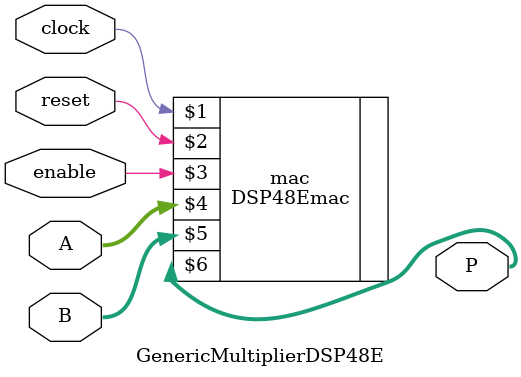
<source format=v>
`timescale 1ns / 1ps
(* USE_DSP48="YES" *)module GenericMultiplierDSP48E(clock,enable,reset,A,B,P);

parameter Abitwidth=25;
parameter Bbitwidth=18;
parameter Pbitwidth=48;
parameter signedVectorInputs=0;

input clock,enable,reset;

input[Abitwidth-1:0] A;
input[Bbitwidth-1:0] B;

output[Pbitwidth-1:0] P;

if(signedVectorInputs == 2)begin

	xor(sign,multiplicand[bitwidthA-1],multiplier[bitwidthB-1]);
	wire[multWidth-3:0] productMult;
	
	assign productMult = multiplicand[bitwidthA-2:0]*multiplier[bitwidthB-2:0];

	assign product = (sign) ? ~(productMult)+1 : productMult;	
	
end

if(signedVectorInputs == 1)begin

	wire[multWidth-2:0] productMult;
	wire[bitwidthB-2:0] multiplierPosNum;
	assign multiplierPosNum=(multiplier[bitwidthB-2:0]);
	assign productMult = multiplicand*multiplierPosNum;

	assign product = (multiplier[bitwidthB-1]) ? ~(productMult)+1 : productMult;	
	
end

if(signedVectorInputs == 0)begin
	
	assign product = multiplicand*multiplier;	
	
end

DSP48Emac #(Abitwidth,Bbitwidth,Pbitwidth) mac(clock,reset,enable,A,B,P);

endmodule

</source>
